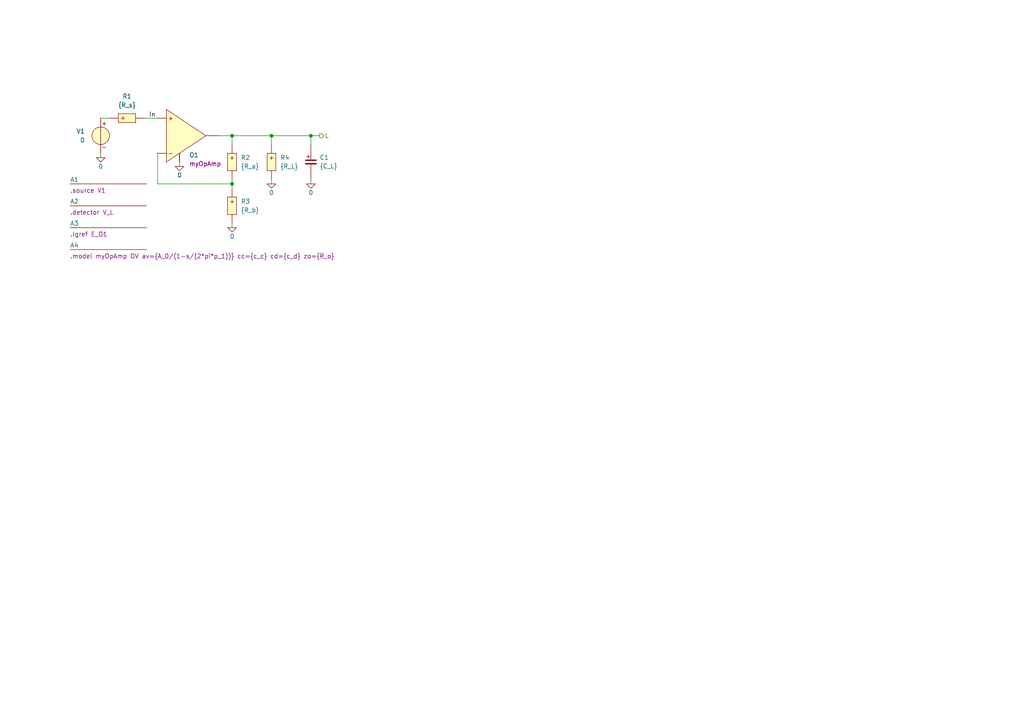
<source format=kicad_sch>
(kicad_sch (version 20250114) (generator "eeschema") (generator_version "9.0")
  (paper "A4")
  (title_block (title "Voltage amplifier with OpAmp"))
  (lib_symbols
    (symbol "SLiCAP:C" (pin_numbers (hide yes)) (pin_names (offset 1.016) (hide yes))
      (property "Reference" "C?" (at 2.54 3.81 0))
      (property "Value" "?" (at 2.54 1.27 0) (show_name))
      (property "vinit" "0" (at 2.54 -1.27 0) (show_name))
      (symbol "C_0_0"
        (text "+" (at -0.762 1.651 0) (effects (font (size 1.27 1.27))))
      )
      (symbol "C_0_1"
        (polyline (pts (xy -1.524 0.508) (xy 1.524 0.508)) (stroke (width 0.381)))
        (polyline (pts (xy -1.524 -0.508) (xy 1.524 -0.508)) (stroke (width 0.381)))
        (polyline (pts (xy 0 2.54) (xy 0 0.508)))
        (polyline (pts (xy 0 -2.54) (xy 0 -0.508)))
      )
      (symbol "C_1_0"
        (pin passive line (at 0 5.08 270) (length 2.54) (name "1") (number "1"))
        (pin passive line (at 0 -5.08 90) (length 2.54) (name "2") (number "2"))
      )
    )
    (symbol "SLiCAP:Command" (pin_numbers (hide yes)) (pin_names (offset 0) (hide yes))
      (property "Reference" "A?" (at 0 1.27 0))
      (property "command" "?" (at 0 -1.905 0))
      (symbol "Command_0_1"
        (polyline (pts (xy 0 0) (xy 22.225 0)))
      )
    )
    (symbol "SLiCAP:GND" (power) (pin_numbers (hide yes)) (pin_names (offset 0) (hide yes))
      (property "Value" "0" (at 0 -2.54 0))
      (symbol "GND_0_1"
        (polyline (pts (xy -1.27 0) (xy 0 -1.27) (xy 1.27 0) (xy -1.27 0)))
      )
      (symbol "GND_1_1"
        (pin power_in line (at 0 0 0) (length 0) (name "~") (number "1"))
      )
    )
    (symbol "SLiCAP:O" (pin_numbers (hide yes)) (pin_names (offset 0) (hide yes))
      (property "Reference" "O?" (at 0.635 6.985 0))
      (property "model" "?" (at 0.635 5.08 0) (show_name))
      (symbol "O_0_1"
        (polyline (pts (xy 6.35 0) (xy 7.62 0)))
        (polyline (pts (xy 7.62 0) (xy 6.985 0)))
      )
      (symbol "O_1_0"
        (pin power_out line (at -1.27 -7.62 90) (length 2.54) (name "outN") (number "4"))
        (pin power_out line (at 10.16 0 180) (length 2.54) (name "outP") (number "3"))
      )
      (symbol "O_1_1"
        (polyline (pts (xy 6.35 0) (xy -5.08 7.62) (xy -5.08 -7.62) (xy 6.35 0)) (fill (type background)))
        (text "+" (at -3.81 5.08 0) (effects (font (size 1.27 1.27))))
        (text "-" (at -3.81 -5.08 0) (effects (font (size 1.27 1.27))))
        (pin input line (at -7.62 5.08 0) (length 2.54) (name "inp") (number "1"))
        (pin input line (at -7.62 -5.08 0) (length 2.54) (name "inN") (number "2"))
      )
    )
    (symbol "SLiCAP:R" (pin_numbers (hide yes)) (pin_names (offset 1.016) (hide yes))
      (property "Reference" "R?" (at 1.905 3.81 0))
      (property "Value" "?" (at 1.905 1.905 0) (show_name))
      (property "noisetemp" "0" (at 1.905 0 0) (show_name))
      (property "noiseflow" "0" (at 15.24 0 0) (show_name))
      (property "dcvar" "0" (at 1.905 -1.905 0) (show_name))
      (property "dcvarlot" "0" (at 15.24 -1.905 0) (show_name))
      (symbol "R_0_0"
        (text "+" (at 0 1.27 0) (effects (font (size 1.27 1.27))))
      )
      (symbol "R_1_0"
        (pin passive line (at 0 5.08 270) (length 2.54) (name "1") (number "1"))
        (pin passive line (at 0 -5.08 90) (length 2.54) (name "2") (number "2"))
      )
      (symbol "R_1_1"
        (rectangle (start -1.27 2.54) (end 1.27 -2.54) (fill (type background)))
      )
    )
    (symbol "SLiCAP:V" (pin_numbers (hide yes)) (pin_names (offset 0) (hide yes))
      (property "Reference" "V?" (at 3.175 4.445 0))
      (property "Value" "?" (at 3.175 2.54 0) (show_name))
      (property "noise" "0" (at 3.175 -3.175 0) (show_name))
      (property "dc" "0" (at 3.175 0.635 0) (show_name))
      (property "dcvar" "0" (at 3.175 -1.27 0) (show_name))
      (symbol "V_0_0"
        (text "+" (at -1.016 3.556 0) (effects (font (size 1.27 1.27))))
        (text "-" (at -1.016 -3.302 0) (effects (font (size 1.27 1.27))))
        (pin power_out line (at 0 5.08 270) (length 2.54) (name "p") (number "1"))
        (pin power_out line (at 0 -5.08 90) (length 2.54) (name "n") (number "2"))
      )
      (symbol "V_0_1"
        (polyline (pts (xy 0 2.54) (xy 0 -2.54)))
      )
      (symbol "V_1_0"
        (circle (center 0 0) (radius 2.54) (fill (type background)))
      )
    )
  )
  (junction (at 67.31 53.34))
  (junction (at 67.31 39.37))
  (junction (at 90.17 39.37))
  (junction (at 78.74 39.37))
  (wire (pts (xy 45.72 34.29) (xy 41.91 34.29)))
  (wire (pts (xy 78.74 52.07) (xy 78.74 53.34)))
  (wire (pts (xy 67.31 64.77) (xy 67.31 66.04)))
  (wire (pts (xy 45.72 53.34) (xy 67.31 53.34)))
  (wire (pts (xy 45.72 44.45) (xy 45.72 53.34)))
  (wire (pts (xy 90.17 53.34) (xy 90.17 52.07)))
  (wire (pts (xy 78.74 39.37) (xy 90.17 39.37)))
  (wire (pts (xy 67.31 39.37) (xy 67.31 41.91)))
  (wire (pts (xy 29.21 34.29) (xy 31.75 34.29)))
  (wire (pts (xy 52.07 48.26) (xy 52.07 46.99)))
  (wire (pts (xy 90.17 39.37) (xy 92.71 39.37)))
  (wire (pts (xy 67.31 54.61) (xy 67.31 53.34)))
  (wire (pts (xy 67.31 52.07) (xy 67.31 53.34)))
  (wire (pts (xy 29.21 45.72) (xy 29.21 44.45)))
  (wire (pts (xy 63.5 39.37) (xy 67.31 39.37)))
  (wire (pts (xy 67.31 39.37) (xy 78.74 39.37)))
  (wire (pts (xy 90.17 39.37) (xy 90.17 41.91)))
  (wire (pts (xy 78.74 39.37) (xy 78.74 41.91)))
  (label "in" (at 43.18 34.29 0))
  (hierarchical_label "L" (shape output) (at 92.71 39.37 0))
  (symbol (lib_id "SLiCAP:Command") (at 20.32 72.39 0) (unit 1)
    (property "Reference" "A4" (at 20.32 71.12 0) (effects (justify left)))
    (property "Description" "SLiCAP command (.lib, .param, .model. subckt}" (effects (hide yes)))
    (property "command" ".model myOpAmp OV av={A_0/(1-s/(2*pi*p_1))} cc={c_c} cd={c_d} zo={R_o}" (at 20.32 74.295 0) (effects (justify left)))
  )
  (symbol (lib_id "SLiCAP:R") (at 78.74 46.99 0) (unit 1)
    (property "Reference" "R4" (at 81.28 45.7199 0) (effects (justify left)))
    (property "Value" "{R_L}" (at 81.28 48.2599 0) (effects (justify left)))
    (property "Description" "Resistor (cannot have zero resistance)" (effects (hide yes)))
    (property "model" "R" (effects (hide yes)))
    (property "noisetemp" "0" (effects (hide yes)))
    (property "noiseflow" "0" (effects (hide yes)))
    (property "dcvar" "0" (effects (hide yes)))
    (property "dcvarlot" "0" (effects (hide yes)))
  )
  (symbol (lib_id "SLiCAP:GND") (at 90.17 53.34 0) (unit 1)
    (property "Reference" "#05" (effects (hide yes)))
    (property "Value" "0" (at 90.17 55.88 0))
    (property "Description" "0V reference potential" (effects (hide yes)))
  )
  (symbol (lib_id "SLiCAP:V") (at 29.21 39.37 0) (mirror y) (unit 1)
    (property "Reference" "V1" (at 24.638 38.1 0) (effects (justify left)))
    (property "Value" "0" (at 24.638 40.64 0) (effects (justify left)))
    (property "Description" "Independent voltage source" (effects (hide yes)))
    (property "noise" "0" (effects (hide yes)))
    (property "dc" "0" (effects (hide yes)))
    (property "dcvar" "0" (effects (hide yes)))
    (property "model" "V" (effects (hide yes)))
  )
  (symbol (lib_id "SLiCAP:C") (at 90.17 46.99 0) (unit 1)
    (property "Reference" "C1" (at 92.71 45.6536 0) (effects (justify left)))
    (property "Value" "{C_L}" (at 92.71 48.1936 0) (effects (justify left)))
    (property "Description" "Capacitor" (effects (hide yes)))
    (property "model" "C" (effects (hide yes)))
    (property "vinit" "0" (effects (hide yes)))
  )
  (symbol (lib_id "SLiCAP:GND") (at 52.07 48.26 0) (unit 1)
    (property "Reference" "#02" (effects (hide yes)))
    (property "Value" "0" (at 52.07 50.8 0))
    (property "Description" "0V reference potential" (effects (hide yes)))
  )
  (symbol (lib_id "SLiCAP:Command") (at 20.32 66.04 0) (unit 1)
    (property "Reference" "A3" (at 20.32 64.77 0) (effects (justify left)))
    (property "Description" "SLiCAP command (.lib, .param, .model. subckt}" (effects (hide yes)))
    (property "command" ".lgref E_O1" (at 20.32 67.945 0) (effects (justify left)))
  )
  (symbol (lib_id "SLiCAP:GND") (at 29.21 45.72 0) (unit 1)
    (property "Reference" "#01" (effects (hide yes)))
    (property "Value" "0" (at 29.21 48.26 0))
    (property "Description" "0V reference potential" (effects (hide yes)))
  )
  (symbol (lib_id "SLiCAP:Command") (at 20.32 59.69 0) (unit 1)
    (property "Reference" "A2" (at 20.32 58.42 0) (effects (justify left)))
    (property "Description" "SLiCAP command (.lib, .param, .model. subckt}" (effects (hide yes)))
    (property "command" ".detector V_L" (at 20.32 61.595 0) (effects (justify left)))
  )
  (symbol (lib_id "SLiCAP:R") (at 36.83 34.29 90) (unit 1)
    (property "Reference" "R1" (at 36.83 27.94 90))
    (property "Value" "{R_s}" (at 36.83 30.48 90))
    (property "Description" "Resistor (cannot have zero resistance)" (effects (hide yes)))
    (property "model" "R" (effects (hide yes)))
    (property "noisetemp" "0" (effects (hide yes)))
    (property "noiseflow" "0" (effects (hide yes)))
    (property "dcvar" "0" (effects (hide yes)))
    (property "dcvarlot" "0" (effects (hide yes)))
  )
  (symbol (lib_id "SLiCAP:Command") (at 20.32 53.34 0) (unit 1)
    (property "Reference" "A1" (at 20.32 52.07 0) (effects (justify left)))
    (property "Description" "SLiCAP command (.lib, .param, .model. subckt}" (effects (hide yes)))
    (property "command" ".source V1" (at 20.32 55.245 0) (effects (justify left)))
  )
  (symbol (lib_id "SLiCAP:GND") (at 67.31 66.04 0) (unit 1)
    (property "Reference" "#03" (effects (hide yes)))
    (property "Value" "0" (at 67.31 68.58 0))
    (property "Description" "0V reference potential" (effects (hide yes)))
  )
  (symbol (lib_id "SLiCAP:R") (at 67.31 59.69 0) (unit 1)
    (property "Reference" "R3" (at 69.85 58.4199 0) (effects (justify left)))
    (property "Value" "{R_b}" (at 69.85 60.9599 0) (effects (justify left)))
    (property "Description" "Resistor (cannot have zero resistance)" (effects (hide yes)))
    (property "model" "R" (effects (hide yes)))
    (property "noisetemp" "0" (effects (hide yes)))
    (property "noiseflow" "0" (effects (hide yes)))
    (property "dcvar" "0" (effects (hide yes)))
    (property "dcvarlot" "0" (effects (hide yes)))
  )
  (symbol (lib_id "SLiCAP:GND") (at 78.74 53.34 0) (unit 1)
    (property "Reference" "#04" (effects (hide yes)))
    (property "Value" "0" (at 78.74 55.88 0))
    (property "Description" "0V reference potential" (effects (hide yes)))
  )
  (symbol (lib_id "SLiCAP:O") (at 53.34 39.37 0) (unit 1)
    (property "Reference" "O1" (at 54.864 44.958 0) (effects (justify left)))
    (property "Description" "Operational amplifier" (effects (hide yes)))
    (property "model" "myOpAmp" (at 54.864 47.498 0) (effects (justify left)))
  )
  (symbol (lib_id "SLiCAP:R") (at 67.31 46.99 0) (unit 1)
    (property "Reference" "R2" (at 69.85 45.7199 0) (effects (justify left)))
    (property "Value" "{R_a}" (at 69.85 48.2599 0) (effects (justify left)))
    (property "Description" "Resistor (cannot have zero resistance)" (effects (hide yes)))
    (property "model" "R" (effects (hide yes)))
    (property "noisetemp" "0" (effects (hide yes)))
    (property "noiseflow" "0" (effects (hide yes)))
    (property "dcvar" "0" (effects (hide yes)))
    (property "dcvarlot" "0" (effects (hide yes)))
  )
)
</source>
